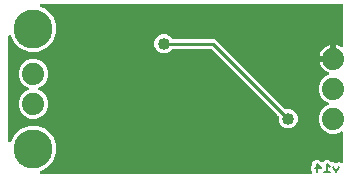
<source format=gbr>
G04 EAGLE Gerber RS-274X export*
G75*
%MOMM*%
%FSLAX34Y34*%
%LPD*%
%INBottom Copper*%
%IPPOS*%
%AMOC8*
5,1,8,0,0,1.08239X$1,22.5*%
G01*
%ADD10C,0.127000*%
%ADD11C,3.302000*%
%ADD12C,1.879600*%
%ADD13C,0.254000*%
%ADD14C,1.016000*%

G36*
X260610Y4334D02*
X260610Y4334D01*
X260729Y4341D01*
X260767Y4354D01*
X260807Y4359D01*
X260918Y4402D01*
X261031Y4439D01*
X261065Y4461D01*
X261103Y4476D01*
X261199Y4545D01*
X261300Y4609D01*
X261328Y4639D01*
X261360Y4662D01*
X261436Y4754D01*
X261518Y4841D01*
X261537Y4876D01*
X261563Y4907D01*
X261614Y5015D01*
X261671Y5119D01*
X261681Y5159D01*
X261699Y5195D01*
X261721Y5312D01*
X261751Y5427D01*
X261755Y5487D01*
X261758Y5507D01*
X261757Y5528D01*
X261761Y5588D01*
X261761Y5951D01*
X261749Y6049D01*
X261746Y6149D01*
X261729Y6207D01*
X261721Y6267D01*
X261685Y6359D01*
X261657Y6454D01*
X261626Y6506D01*
X261604Y6563D01*
X261546Y6643D01*
X261496Y6728D01*
X261429Y6803D01*
X261417Y6820D01*
X261408Y6828D01*
X261389Y6849D01*
X260617Y7621D01*
X260617Y10673D01*
X261389Y11445D01*
X261450Y11523D01*
X261518Y11595D01*
X261547Y11648D01*
X261584Y11696D01*
X261624Y11787D01*
X261671Y11874D01*
X261686Y11932D01*
X261711Y11988D01*
X261726Y12086D01*
X261751Y12182D01*
X261757Y12282D01*
X261760Y12302D01*
X261759Y12315D01*
X261761Y12343D01*
X261761Y14105D01*
X262861Y15204D01*
X262861Y15205D01*
X263919Y16263D01*
X266971Y16263D01*
X268741Y14493D01*
X268741Y14492D01*
X268861Y14372D01*
X268955Y14299D01*
X269045Y14220D01*
X269081Y14202D01*
X269113Y14177D01*
X269222Y14130D01*
X269328Y14076D01*
X269367Y14067D01*
X269405Y14051D01*
X269522Y14032D01*
X269638Y14006D01*
X269679Y14007D01*
X269719Y14001D01*
X269837Y14012D01*
X269956Y14016D01*
X269995Y14027D01*
X270035Y14031D01*
X270147Y14071D01*
X270262Y14104D01*
X270297Y14125D01*
X270335Y14138D01*
X270433Y14205D01*
X270536Y14265D01*
X270581Y14305D01*
X270598Y14317D01*
X270611Y14332D01*
X270656Y14372D01*
X272547Y16263D01*
X275599Y16263D01*
X277411Y14451D01*
X277470Y14405D01*
X277522Y14352D01*
X277595Y14308D01*
X277662Y14256D01*
X277730Y14226D01*
X277794Y14188D01*
X277876Y14163D01*
X277954Y14129D01*
X278027Y14118D01*
X278099Y14096D01*
X278184Y14093D01*
X278268Y14079D01*
X278342Y14086D01*
X278417Y14083D01*
X278500Y14101D01*
X278585Y14109D01*
X278655Y14134D01*
X278728Y14150D01*
X278876Y14213D01*
X278986Y14268D01*
X281156Y13545D01*
X281165Y13543D01*
X281173Y13539D01*
X281319Y13512D01*
X281468Y13483D01*
X281477Y13484D01*
X281485Y13482D01*
X281635Y13492D01*
X281785Y13501D01*
X281794Y13503D01*
X281803Y13504D01*
X281958Y13545D01*
X284128Y14268D01*
X285944Y13360D01*
X286034Y13328D01*
X286119Y13288D01*
X286183Y13276D01*
X286244Y13254D01*
X286339Y13246D01*
X286432Y13228D01*
X286496Y13232D01*
X286561Y13227D01*
X286655Y13242D01*
X286749Y13248D01*
X286811Y13268D01*
X286875Y13279D01*
X286962Y13317D01*
X287051Y13346D01*
X287106Y13381D01*
X287166Y13407D01*
X287240Y13466D01*
X287320Y13516D01*
X287365Y13564D01*
X287416Y13604D01*
X287473Y13679D01*
X287538Y13748D01*
X287569Y13805D01*
X287609Y13856D01*
X287646Y13944D01*
X287692Y14026D01*
X287708Y14089D01*
X287733Y14149D01*
X287747Y14243D01*
X287771Y14334D01*
X287778Y14445D01*
X287781Y14464D01*
X287780Y14473D01*
X287781Y14495D01*
X287781Y38900D01*
X287775Y38949D01*
X287777Y38999D01*
X287755Y39106D01*
X287741Y39215D01*
X287723Y39261D01*
X287713Y39310D01*
X287665Y39409D01*
X287624Y39511D01*
X287595Y39551D01*
X287573Y39596D01*
X287502Y39680D01*
X287438Y39768D01*
X287399Y39800D01*
X287367Y39838D01*
X287277Y39901D01*
X287193Y39971D01*
X287148Y39992D01*
X287107Y40021D01*
X287004Y40060D01*
X286905Y40107D01*
X286856Y40116D01*
X286810Y40134D01*
X286700Y40146D01*
X286593Y40167D01*
X286543Y40163D01*
X286494Y40169D01*
X286385Y40154D01*
X286275Y40147D01*
X286228Y40131D01*
X286179Y40125D01*
X286026Y40072D01*
X281876Y38353D01*
X276924Y38353D01*
X272350Y40248D01*
X268848Y43750D01*
X266953Y48324D01*
X266953Y53276D01*
X268848Y57850D01*
X272350Y61352D01*
X274705Y62327D01*
X274825Y62396D01*
X274948Y62461D01*
X274963Y62475D01*
X274981Y62485D01*
X275081Y62582D01*
X275184Y62675D01*
X275195Y62692D01*
X275209Y62706D01*
X275282Y62824D01*
X275358Y62941D01*
X275365Y62960D01*
X275376Y62977D01*
X275416Y63110D01*
X275462Y63242D01*
X275463Y63262D01*
X275469Y63281D01*
X275476Y63420D01*
X275487Y63559D01*
X275483Y63579D01*
X275484Y63599D01*
X275456Y63735D01*
X275432Y63872D01*
X275424Y63891D01*
X275420Y63910D01*
X275359Y64035D01*
X275302Y64162D01*
X275289Y64178D01*
X275280Y64196D01*
X275190Y64302D01*
X275103Y64410D01*
X275087Y64423D01*
X275074Y64438D01*
X274960Y64518D01*
X274849Y64602D01*
X274824Y64614D01*
X274814Y64621D01*
X274795Y64628D01*
X274705Y64673D01*
X272350Y65648D01*
X268848Y69150D01*
X266953Y73724D01*
X266953Y78676D01*
X268848Y83250D01*
X272350Y86752D01*
X275375Y88005D01*
X275401Y88020D01*
X275430Y88029D01*
X275539Y88099D01*
X275652Y88163D01*
X275673Y88184D01*
X275698Y88200D01*
X275787Y88294D01*
X275880Y88384D01*
X275896Y88410D01*
X275916Y88431D01*
X275979Y88545D01*
X276046Y88655D01*
X276055Y88684D01*
X276069Y88710D01*
X276102Y88835D01*
X276140Y88959D01*
X276141Y88989D01*
X276149Y89018D01*
X276149Y89148D01*
X276155Y89277D01*
X276149Y89306D01*
X276149Y89336D01*
X276117Y89461D01*
X276091Y89588D01*
X276078Y89615D01*
X276070Y89644D01*
X276008Y89757D01*
X275951Y89874D01*
X275932Y89897D01*
X275917Y89923D01*
X275829Y90017D01*
X275745Y90116D01*
X275720Y90133D01*
X275700Y90155D01*
X275591Y90224D01*
X275485Y90299D01*
X275457Y90310D01*
X275431Y90326D01*
X275282Y90385D01*
X274817Y90536D01*
X273143Y91389D01*
X271622Y92494D01*
X270294Y93822D01*
X269189Y95343D01*
X268336Y97017D01*
X267755Y98804D01*
X267715Y99061D01*
X278130Y99061D01*
X278248Y99076D01*
X278367Y99083D01*
X278405Y99096D01*
X278445Y99101D01*
X278556Y99144D01*
X278669Y99181D01*
X278703Y99203D01*
X278741Y99218D01*
X278837Y99288D01*
X278938Y99351D01*
X278966Y99381D01*
X278998Y99404D01*
X279074Y99496D01*
X279156Y99583D01*
X279175Y99618D01*
X279201Y99649D01*
X279252Y99757D01*
X279309Y99861D01*
X279320Y99901D01*
X279337Y99937D01*
X279359Y100054D01*
X279389Y100169D01*
X279393Y100230D01*
X279397Y100250D01*
X279395Y100270D01*
X279399Y100330D01*
X279399Y101601D01*
X280670Y101601D01*
X280788Y101616D01*
X280907Y101623D01*
X280945Y101636D01*
X280985Y101641D01*
X281096Y101685D01*
X281209Y101721D01*
X281244Y101743D01*
X281281Y101758D01*
X281377Y101828D01*
X281478Y101891D01*
X281506Y101921D01*
X281539Y101945D01*
X281614Y102036D01*
X281696Y102123D01*
X281716Y102158D01*
X281741Y102190D01*
X281792Y102297D01*
X281850Y102402D01*
X281860Y102441D01*
X281877Y102477D01*
X281899Y102594D01*
X281929Y102709D01*
X281933Y102770D01*
X281937Y102790D01*
X281935Y102810D01*
X281939Y102870D01*
X281939Y113285D01*
X282196Y113245D01*
X283983Y112664D01*
X285657Y111811D01*
X285766Y111732D01*
X285801Y111713D01*
X285831Y111687D01*
X285940Y111636D01*
X286044Y111579D01*
X286083Y111569D01*
X286119Y111552D01*
X286236Y111529D01*
X286353Y111500D01*
X286392Y111500D01*
X286432Y111492D01*
X286551Y111500D01*
X286671Y111499D01*
X286709Y111509D01*
X286749Y111512D01*
X286863Y111549D01*
X286979Y111578D01*
X287014Y111598D01*
X287051Y111610D01*
X287152Y111674D01*
X287257Y111731D01*
X287286Y111759D01*
X287320Y111780D01*
X287402Y111867D01*
X287489Y111949D01*
X287511Y111983D01*
X287538Y112012D01*
X287596Y112116D01*
X287660Y112217D01*
X287672Y112255D01*
X287692Y112290D01*
X287721Y112406D01*
X287759Y112520D01*
X287761Y112560D01*
X287771Y112598D01*
X287781Y112759D01*
X287781Y146812D01*
X287766Y146930D01*
X287759Y147049D01*
X287746Y147087D01*
X287741Y147128D01*
X287698Y147238D01*
X287661Y147351D01*
X287639Y147386D01*
X287624Y147423D01*
X287555Y147519D01*
X287491Y147620D01*
X287461Y147648D01*
X287438Y147681D01*
X287346Y147757D01*
X287259Y147838D01*
X287224Y147858D01*
X287193Y147883D01*
X287085Y147934D01*
X286981Y147992D01*
X286941Y148002D01*
X286905Y148019D01*
X286788Y148041D01*
X286673Y148071D01*
X286613Y148075D01*
X286593Y148079D01*
X286572Y148077D01*
X286512Y148081D01*
X31996Y148081D01*
X31926Y148073D01*
X31857Y148074D01*
X31769Y148053D01*
X31680Y148041D01*
X31615Y148016D01*
X31547Y147999D01*
X31468Y147957D01*
X31384Y147924D01*
X31328Y147883D01*
X31266Y147851D01*
X31200Y147790D01*
X31127Y147738D01*
X31083Y147684D01*
X31031Y147637D01*
X30982Y147562D01*
X30924Y147493D01*
X30895Y147429D01*
X30856Y147371D01*
X30827Y147286D01*
X30789Y147205D01*
X30776Y147136D01*
X30753Y147070D01*
X30746Y146981D01*
X30729Y146893D01*
X30733Y146823D01*
X30728Y146753D01*
X30743Y146665D01*
X30749Y146575D01*
X30770Y146509D01*
X30782Y146440D01*
X30819Y146358D01*
X30847Y146273D01*
X30884Y146214D01*
X30913Y146150D01*
X30969Y146080D01*
X31017Y146004D01*
X31068Y145956D01*
X31111Y145902D01*
X31183Y145847D01*
X31249Y145786D01*
X31310Y145752D01*
X31365Y145710D01*
X31510Y145639D01*
X36479Y143581D01*
X41981Y138079D01*
X44959Y130891D01*
X44959Y123109D01*
X41981Y115921D01*
X36479Y110419D01*
X29291Y107441D01*
X21509Y107441D01*
X14321Y110419D01*
X8819Y115921D01*
X6761Y120890D01*
X6726Y120951D01*
X6700Y121016D01*
X6648Y121088D01*
X6603Y121166D01*
X6555Y121216D01*
X6514Y121273D01*
X6444Y121330D01*
X6382Y121395D01*
X6322Y121431D01*
X6269Y121476D01*
X6187Y121514D01*
X6111Y121561D01*
X6044Y121582D01*
X5981Y121611D01*
X5893Y121628D01*
X5807Y121655D01*
X5737Y121658D01*
X5668Y121671D01*
X5579Y121665D01*
X5489Y121670D01*
X5421Y121656D01*
X5351Y121651D01*
X5266Y121624D01*
X5178Y121605D01*
X5115Y121575D01*
X5049Y121553D01*
X4973Y121505D01*
X4892Y121466D01*
X4839Y121420D01*
X4780Y121383D01*
X4718Y121318D01*
X4650Y121259D01*
X4610Y121202D01*
X4562Y121151D01*
X4519Y121073D01*
X4467Y120999D01*
X4442Y120934D01*
X4408Y120873D01*
X4386Y120786D01*
X4354Y120702D01*
X4346Y120633D01*
X4329Y120565D01*
X4319Y120404D01*
X4319Y31996D01*
X4327Y31926D01*
X4326Y31857D01*
X4347Y31769D01*
X4359Y31680D01*
X4384Y31615D01*
X4401Y31547D01*
X4443Y31468D01*
X4476Y31384D01*
X4517Y31328D01*
X4549Y31266D01*
X4610Y31200D01*
X4662Y31127D01*
X4716Y31083D01*
X4763Y31031D01*
X4838Y30982D01*
X4907Y30924D01*
X4971Y30895D01*
X5029Y30856D01*
X5114Y30827D01*
X5195Y30789D01*
X5264Y30776D01*
X5330Y30753D01*
X5419Y30746D01*
X5507Y30729D01*
X5577Y30733D01*
X5647Y30728D01*
X5735Y30743D01*
X5825Y30749D01*
X5891Y30770D01*
X5960Y30782D01*
X6042Y30819D01*
X6127Y30847D01*
X6186Y30884D01*
X6250Y30913D01*
X6320Y30969D01*
X6396Y31017D01*
X6444Y31068D01*
X6498Y31111D01*
X6553Y31183D01*
X6614Y31249D01*
X6648Y31310D01*
X6690Y31365D01*
X6761Y31510D01*
X8819Y36479D01*
X14321Y41981D01*
X21509Y44959D01*
X29291Y44959D01*
X36479Y41981D01*
X41981Y36479D01*
X44959Y29291D01*
X44959Y21509D01*
X41981Y14321D01*
X36479Y8819D01*
X31510Y6761D01*
X31449Y6726D01*
X31384Y6700D01*
X31312Y6648D01*
X31234Y6603D01*
X31184Y6555D01*
X31127Y6514D01*
X31070Y6444D01*
X31005Y6382D01*
X30969Y6322D01*
X30924Y6269D01*
X30886Y6187D01*
X30839Y6111D01*
X30818Y6044D01*
X30789Y5981D01*
X30772Y5893D01*
X30745Y5807D01*
X30742Y5737D01*
X30729Y5668D01*
X30735Y5579D01*
X30730Y5489D01*
X30744Y5421D01*
X30749Y5351D01*
X30776Y5266D01*
X30795Y5178D01*
X30825Y5115D01*
X30847Y5049D01*
X30895Y4973D01*
X30934Y4892D01*
X30980Y4839D01*
X31017Y4780D01*
X31082Y4718D01*
X31141Y4650D01*
X31198Y4610D01*
X31249Y4562D01*
X31327Y4519D01*
X31401Y4467D01*
X31466Y4442D01*
X31527Y4408D01*
X31614Y4386D01*
X31698Y4354D01*
X31767Y4346D01*
X31835Y4329D01*
X31996Y4319D01*
X260492Y4319D01*
X260610Y4334D01*
G37*
%LPC*%
G36*
X239683Y42671D02*
X239683Y42671D01*
X236695Y43909D01*
X234409Y46195D01*
X233171Y49183D01*
X233171Y52295D01*
X233159Y52394D01*
X233156Y52493D01*
X233139Y52551D01*
X233131Y52611D01*
X233095Y52703D01*
X233067Y52798D01*
X233037Y52850D01*
X233014Y52907D01*
X232956Y52987D01*
X232906Y53072D01*
X232840Y53147D01*
X232828Y53164D01*
X232818Y53172D01*
X232800Y53193D01*
X176383Y109610D01*
X176305Y109670D01*
X176232Y109738D01*
X176179Y109767D01*
X176132Y109804D01*
X176041Y109844D01*
X175954Y109892D01*
X175895Y109907D01*
X175840Y109931D01*
X175742Y109946D01*
X175646Y109971D01*
X175546Y109977D01*
X175526Y109981D01*
X175513Y109979D01*
X175485Y109981D01*
X143593Y109981D01*
X143495Y109969D01*
X143396Y109966D01*
X143337Y109949D01*
X143277Y109941D01*
X143185Y109905D01*
X143090Y109877D01*
X143038Y109847D01*
X142982Y109824D01*
X142902Y109766D01*
X142816Y109716D01*
X142741Y109650D01*
X142724Y109638D01*
X142716Y109628D01*
X142695Y109610D01*
X140495Y107409D01*
X137507Y106171D01*
X134273Y106171D01*
X131285Y107409D01*
X128999Y109695D01*
X127761Y112683D01*
X127761Y115917D01*
X128999Y118905D01*
X131285Y121191D01*
X134273Y122429D01*
X137507Y122429D01*
X140495Y121191D01*
X142695Y118990D01*
X142774Y118930D01*
X142846Y118862D01*
X142899Y118833D01*
X142947Y118796D01*
X143038Y118756D01*
X143124Y118708D01*
X143183Y118693D01*
X143238Y118669D01*
X143336Y118654D01*
X143432Y118629D01*
X143532Y118623D01*
X143553Y118619D01*
X143565Y118621D01*
X143593Y118619D01*
X179589Y118619D01*
X238907Y59300D01*
X238985Y59240D01*
X239058Y59172D01*
X239111Y59143D01*
X239158Y59106D01*
X239249Y59066D01*
X239336Y59018D01*
X239395Y59003D01*
X239450Y58979D01*
X239548Y58964D01*
X239644Y58939D01*
X239744Y58933D01*
X239764Y58929D01*
X239777Y58931D01*
X239805Y58929D01*
X242917Y58929D01*
X245905Y57691D01*
X248191Y55405D01*
X249429Y52417D01*
X249429Y49183D01*
X248191Y46195D01*
X245905Y43909D01*
X242917Y42671D01*
X239683Y42671D01*
G37*
%LPD*%
%LPC*%
G36*
X22924Y51053D02*
X22924Y51053D01*
X18350Y52948D01*
X14848Y56450D01*
X12953Y61024D01*
X12953Y65976D01*
X14848Y70550D01*
X18350Y74052D01*
X20705Y75027D01*
X20825Y75096D01*
X20948Y75161D01*
X20963Y75175D01*
X20981Y75185D01*
X21081Y75282D01*
X21184Y75375D01*
X21195Y75392D01*
X21209Y75406D01*
X21282Y75525D01*
X21358Y75641D01*
X21365Y75660D01*
X21376Y75677D01*
X21416Y75810D01*
X21462Y75942D01*
X21463Y75962D01*
X21469Y75981D01*
X21476Y76120D01*
X21487Y76259D01*
X21483Y76279D01*
X21484Y76299D01*
X21456Y76435D01*
X21432Y76572D01*
X21424Y76591D01*
X21420Y76610D01*
X21359Y76736D01*
X21302Y76862D01*
X21289Y76878D01*
X21280Y76896D01*
X21190Y77002D01*
X21103Y77110D01*
X21087Y77123D01*
X21074Y77138D01*
X20960Y77218D01*
X20849Y77302D01*
X20824Y77314D01*
X20814Y77321D01*
X20795Y77328D01*
X20705Y77373D01*
X18350Y78348D01*
X14848Y81850D01*
X12953Y86424D01*
X12953Y91376D01*
X14848Y95950D01*
X18350Y99452D01*
X22924Y101347D01*
X27876Y101347D01*
X32450Y99452D01*
X35952Y95950D01*
X37847Y91376D01*
X37847Y86424D01*
X35952Y81850D01*
X32450Y78348D01*
X30095Y77373D01*
X29975Y77304D01*
X29852Y77239D01*
X29837Y77225D01*
X29819Y77215D01*
X29719Y77118D01*
X29616Y77025D01*
X29605Y77008D01*
X29591Y76994D01*
X29518Y76876D01*
X29442Y76759D01*
X29435Y76740D01*
X29424Y76723D01*
X29384Y76590D01*
X29338Y76458D01*
X29337Y76438D01*
X29331Y76419D01*
X29324Y76280D01*
X29313Y76141D01*
X29317Y76121D01*
X29316Y76101D01*
X29344Y75965D01*
X29368Y75828D01*
X29376Y75809D01*
X29380Y75790D01*
X29441Y75665D01*
X29498Y75538D01*
X29511Y75522D01*
X29520Y75504D01*
X29610Y75398D01*
X29697Y75290D01*
X29713Y75277D01*
X29726Y75262D01*
X29840Y75182D01*
X29951Y75098D01*
X29976Y75086D01*
X29986Y75079D01*
X30005Y75072D01*
X30095Y75027D01*
X32450Y74052D01*
X35952Y70550D01*
X37847Y65976D01*
X37847Y61024D01*
X35952Y56450D01*
X32450Y52948D01*
X27876Y51053D01*
X22924Y51053D01*
G37*
%LPD*%
%LPC*%
G36*
X267715Y104139D02*
X267715Y104139D01*
X267755Y104396D01*
X268336Y106183D01*
X269189Y107857D01*
X270294Y109378D01*
X271622Y110706D01*
X273143Y111811D01*
X274817Y112664D01*
X276604Y113245D01*
X276861Y113285D01*
X276861Y104139D01*
X267715Y104139D01*
G37*
%LPD*%
D10*
X283845Y10291D02*
X281557Y5715D01*
X279269Y10291D01*
X276361Y10291D02*
X274073Y12579D01*
X274073Y5715D01*
X276361Y5715D02*
X271785Y5715D01*
X265445Y5715D02*
X265445Y12579D01*
X268877Y9147D01*
X264301Y9147D01*
D11*
X25400Y127000D03*
X25400Y25400D03*
D12*
X279400Y50800D03*
X279400Y76200D03*
X279400Y101600D03*
X25400Y88900D03*
X25400Y63500D03*
D13*
X135890Y114300D02*
X177800Y114300D01*
X241300Y50800D01*
D14*
X135890Y114300D03*
X241300Y50800D03*
X114300Y139700D03*
X114300Y12700D03*
X203200Y25400D03*
X228600Y114300D03*
M02*

</source>
